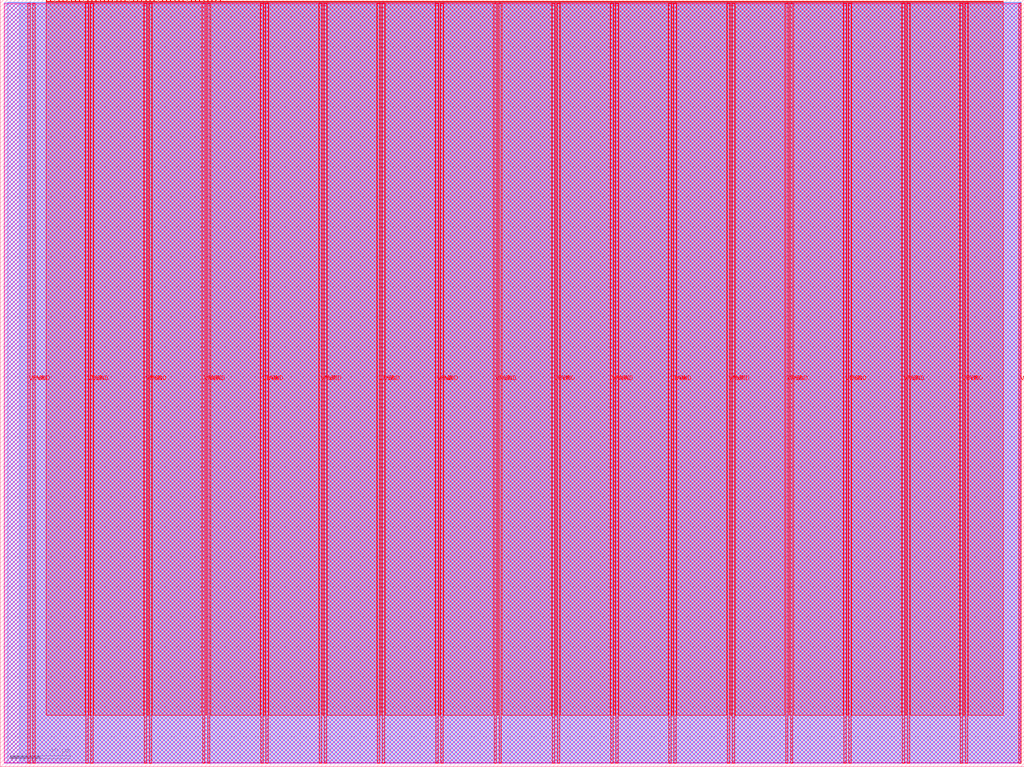
<source format=lef>
VERSION 5.7 ;
  NOWIREEXTENSIONATPIN ON ;
  DIVIDERCHAR "/" ;
  BUSBITCHARS "[]" ;
MACRO tt_um_rejunity_lgn_mnist
  CLASS BLOCK ;
  FOREIGN tt_um_rejunity_lgn_mnist ;
  ORIGIN 0.000 0.000 ;
  SIZE 682.640 BY 511.360 ;
  PIN VGND
    DIRECTION INOUT ;
    USE GROUND ;
    PORT
      LAYER met4 ;
        RECT 21.580 2.480 23.180 508.880 ;
    END
    PORT
      LAYER met4 ;
        RECT 60.450 2.480 62.050 508.880 ;
    END
    PORT
      LAYER met4 ;
        RECT 99.320 2.480 100.920 508.880 ;
    END
    PORT
      LAYER met4 ;
        RECT 138.190 2.480 139.790 508.880 ;
    END
    PORT
      LAYER met4 ;
        RECT 177.060 2.480 178.660 508.880 ;
    END
    PORT
      LAYER met4 ;
        RECT 215.930 2.480 217.530 508.880 ;
    END
    PORT
      LAYER met4 ;
        RECT 254.800 2.480 256.400 508.880 ;
    END
    PORT
      LAYER met4 ;
        RECT 293.670 2.480 295.270 508.880 ;
    END
    PORT
      LAYER met4 ;
        RECT 332.540 2.480 334.140 508.880 ;
    END
    PORT
      LAYER met4 ;
        RECT 371.410 2.480 373.010 508.880 ;
    END
    PORT
      LAYER met4 ;
        RECT 410.280 2.480 411.880 508.880 ;
    END
    PORT
      LAYER met4 ;
        RECT 449.150 2.480 450.750 508.880 ;
    END
    PORT
      LAYER met4 ;
        RECT 488.020 2.480 489.620 508.880 ;
    END
    PORT
      LAYER met4 ;
        RECT 526.890 2.480 528.490 508.880 ;
    END
    PORT
      LAYER met4 ;
        RECT 565.760 2.480 567.360 508.880 ;
    END
    PORT
      LAYER met4 ;
        RECT 604.630 2.480 606.230 508.880 ;
    END
    PORT
      LAYER met4 ;
        RECT 643.500 2.480 645.100 508.880 ;
    END
  END VGND
  PIN VPWR
    DIRECTION INOUT ;
    USE POWER ;
    PORT
      LAYER met4 ;
        RECT 18.280 2.480 19.880 508.880 ;
    END
    PORT
      LAYER met4 ;
        RECT 57.150 2.480 58.750 508.880 ;
    END
    PORT
      LAYER met4 ;
        RECT 96.020 2.480 97.620 508.880 ;
    END
    PORT
      LAYER met4 ;
        RECT 134.890 2.480 136.490 508.880 ;
    END
    PORT
      LAYER met4 ;
        RECT 173.760 2.480 175.360 508.880 ;
    END
    PORT
      LAYER met4 ;
        RECT 212.630 2.480 214.230 508.880 ;
    END
    PORT
      LAYER met4 ;
        RECT 251.500 2.480 253.100 508.880 ;
    END
    PORT
      LAYER met4 ;
        RECT 290.370 2.480 291.970 508.880 ;
    END
    PORT
      LAYER met4 ;
        RECT 329.240 2.480 330.840 508.880 ;
    END
    PORT
      LAYER met4 ;
        RECT 368.110 2.480 369.710 508.880 ;
    END
    PORT
      LAYER met4 ;
        RECT 406.980 2.480 408.580 508.880 ;
    END
    PORT
      LAYER met4 ;
        RECT 445.850 2.480 447.450 508.880 ;
    END
    PORT
      LAYER met4 ;
        RECT 484.720 2.480 486.320 508.880 ;
    END
    PORT
      LAYER met4 ;
        RECT 523.590 2.480 525.190 508.880 ;
    END
    PORT
      LAYER met4 ;
        RECT 562.460 2.480 564.060 508.880 ;
    END
    PORT
      LAYER met4 ;
        RECT 601.330 2.480 602.930 508.880 ;
    END
    PORT
      LAYER met4 ;
        RECT 640.200 2.480 641.800 508.880 ;
    END
    PORT
      LAYER met4 ;
        RECT 679.070 2.480 680.670 508.880 ;
    END
  END VPWR
  PIN clk
    DIRECTION INPUT ;
    USE SIGNAL ;
    ANTENNAGATEAREA 0.852000 ;
    PORT
      LAYER met4 ;
        RECT 143.830 510.360 144.130 511.360 ;
    END
  END clk
  PIN ena
    DIRECTION INPUT ;
    USE SIGNAL ;
    PORT
      LAYER met4 ;
        RECT 146.590 510.360 146.890 511.360 ;
    END
  END ena
  PIN rst_n
    DIRECTION INPUT ;
    USE SIGNAL ;
    PORT
      LAYER met4 ;
        RECT 141.070 510.360 141.370 511.360 ;
    END
  END rst_n
  PIN ui_in[0]
    DIRECTION INPUT ;
    USE SIGNAL ;
    ANTENNAGATEAREA 0.196500 ;
    PORT
      LAYER met4 ;
        RECT 138.310 510.360 138.610 511.360 ;
    END
  END ui_in[0]
  PIN ui_in[1]
    DIRECTION INPUT ;
    USE SIGNAL ;
    ANTENNAGATEAREA 0.196500 ;
    PORT
      LAYER met4 ;
        RECT 135.550 510.360 135.850 511.360 ;
    END
  END ui_in[1]
  PIN ui_in[2]
    DIRECTION INPUT ;
    USE SIGNAL ;
    ANTENNAGATEAREA 0.196500 ;
    PORT
      LAYER met4 ;
        RECT 132.790 510.360 133.090 511.360 ;
    END
  END ui_in[2]
  PIN ui_in[3]
    DIRECTION INPUT ;
    USE SIGNAL ;
    ANTENNAGATEAREA 0.196500 ;
    PORT
      LAYER met4 ;
        RECT 130.030 510.360 130.330 511.360 ;
    END
  END ui_in[3]
  PIN ui_in[4]
    DIRECTION INPUT ;
    USE SIGNAL ;
    ANTENNAGATEAREA 0.196500 ;
    PORT
      LAYER met4 ;
        RECT 127.270 510.360 127.570 511.360 ;
    END
  END ui_in[4]
  PIN ui_in[5]
    DIRECTION INPUT ;
    USE SIGNAL ;
    ANTENNAGATEAREA 0.196500 ;
    PORT
      LAYER met4 ;
        RECT 124.510 510.360 124.810 511.360 ;
    END
  END ui_in[5]
  PIN ui_in[6]
    DIRECTION INPUT ;
    USE SIGNAL ;
    ANTENNAGATEAREA 0.196500 ;
    PORT
      LAYER met4 ;
        RECT 121.750 510.360 122.050 511.360 ;
    END
  END ui_in[6]
  PIN ui_in[7]
    DIRECTION INPUT ;
    USE SIGNAL ;
    ANTENNAGATEAREA 0.196500 ;
    PORT
      LAYER met4 ;
        RECT 118.990 510.360 119.290 511.360 ;
    END
  END ui_in[7]
  PIN uio_in[0]
    DIRECTION INPUT ;
    USE SIGNAL ;
    PORT
      LAYER met4 ;
        RECT 116.230 510.360 116.530 511.360 ;
    END
  END uio_in[0]
  PIN uio_in[1]
    DIRECTION INPUT ;
    USE SIGNAL ;
    PORT
      LAYER met4 ;
        RECT 113.470 510.360 113.770 511.360 ;
    END
  END uio_in[1]
  PIN uio_in[2]
    DIRECTION INPUT ;
    USE SIGNAL ;
    PORT
      LAYER met4 ;
        RECT 110.710 510.360 111.010 511.360 ;
    END
  END uio_in[2]
  PIN uio_in[3]
    DIRECTION INPUT ;
    USE SIGNAL ;
    PORT
      LAYER met4 ;
        RECT 107.950 510.360 108.250 511.360 ;
    END
  END uio_in[3]
  PIN uio_in[4]
    DIRECTION INPUT ;
    USE SIGNAL ;
    PORT
      LAYER met4 ;
        RECT 105.190 510.360 105.490 511.360 ;
    END
  END uio_in[4]
  PIN uio_in[5]
    DIRECTION INPUT ;
    USE SIGNAL ;
    PORT
      LAYER met4 ;
        RECT 102.430 510.360 102.730 511.360 ;
    END
  END uio_in[5]
  PIN uio_in[6]
    DIRECTION INPUT ;
    USE SIGNAL ;
    PORT
      LAYER met4 ;
        RECT 99.670 510.360 99.970 511.360 ;
    END
  END uio_in[6]
  PIN uio_in[7]
    DIRECTION INPUT ;
    USE SIGNAL ;
    PORT
      LAYER met4 ;
        RECT 96.910 510.360 97.210 511.360 ;
    END
  END uio_in[7]
  PIN uio_oe[0]
    DIRECTION OUTPUT ;
    USE SIGNAL ;
    PORT
      LAYER met4 ;
        RECT 49.990 510.360 50.290 511.360 ;
    END
  END uio_oe[0]
  PIN uio_oe[1]
    DIRECTION OUTPUT ;
    USE SIGNAL ;
    PORT
      LAYER met4 ;
        RECT 47.230 510.360 47.530 511.360 ;
    END
  END uio_oe[1]
  PIN uio_oe[2]
    DIRECTION OUTPUT ;
    USE SIGNAL ;
    PORT
      LAYER met4 ;
        RECT 44.470 510.360 44.770 511.360 ;
    END
  END uio_oe[2]
  PIN uio_oe[3]
    DIRECTION OUTPUT ;
    USE SIGNAL ;
    PORT
      LAYER met4 ;
        RECT 41.710 510.360 42.010 511.360 ;
    END
  END uio_oe[3]
  PIN uio_oe[4]
    DIRECTION OUTPUT ;
    USE SIGNAL ;
    PORT
      LAYER met4 ;
        RECT 38.950 510.360 39.250 511.360 ;
    END
  END uio_oe[4]
  PIN uio_oe[5]
    DIRECTION OUTPUT ;
    USE SIGNAL ;
    PORT
      LAYER met4 ;
        RECT 36.190 510.360 36.490 511.360 ;
    END
  END uio_oe[5]
  PIN uio_oe[6]
    DIRECTION OUTPUT ;
    USE SIGNAL ;
    PORT
      LAYER met4 ;
        RECT 33.430 510.360 33.730 511.360 ;
    END
  END uio_oe[6]
  PIN uio_oe[7]
    DIRECTION OUTPUT ;
    USE SIGNAL ;
    PORT
      LAYER met4 ;
        RECT 30.670 510.360 30.970 511.360 ;
    END
  END uio_oe[7]
  PIN uio_out[0]
    DIRECTION OUTPUT ;
    USE SIGNAL ;
    ANTENNADIFFAREA 0.891000 ;
    PORT
      LAYER met4 ;
        RECT 72.070 510.360 72.370 511.360 ;
    END
  END uio_out[0]
  PIN uio_out[1]
    DIRECTION OUTPUT ;
    USE SIGNAL ;
    ANTENNADIFFAREA 0.891000 ;
    PORT
      LAYER met4 ;
        RECT 69.310 510.360 69.610 511.360 ;
    END
  END uio_out[1]
  PIN uio_out[2]
    DIRECTION OUTPUT ;
    USE SIGNAL ;
    ANTENNAGATEAREA 1.485000 ;
    ANTENNADIFFAREA 1.288000 ;
    PORT
      LAYER met4 ;
        RECT 66.550 510.360 66.850 511.360 ;
    END
  END uio_out[2]
  PIN uio_out[3]
    DIRECTION OUTPUT ;
    USE SIGNAL ;
    ANTENNADIFFAREA 1.288000 ;
    PORT
      LAYER met4 ;
        RECT 63.790 510.360 64.090 511.360 ;
    END
  END uio_out[3]
  PIN uio_out[4]
    DIRECTION OUTPUT ;
    USE SIGNAL ;
    PORT
      LAYER met4 ;
        RECT 61.030 510.360 61.330 511.360 ;
    END
  END uio_out[4]
  PIN uio_out[5]
    DIRECTION OUTPUT ;
    USE SIGNAL ;
    PORT
      LAYER met4 ;
        RECT 58.270 510.360 58.570 511.360 ;
    END
  END uio_out[5]
  PIN uio_out[6]
    DIRECTION OUTPUT ;
    USE SIGNAL ;
    PORT
      LAYER met4 ;
        RECT 55.510 510.360 55.810 511.360 ;
    END
  END uio_out[6]
  PIN uio_out[7]
    DIRECTION OUTPUT ;
    USE SIGNAL ;
    PORT
      LAYER met4 ;
        RECT 52.750 510.360 53.050 511.360 ;
    END
  END uio_out[7]
  PIN uo_out[0]
    DIRECTION OUTPUT ;
    USE SIGNAL ;
    ANTENNADIFFAREA 0.891000 ;
    PORT
      LAYER met4 ;
        RECT 94.150 510.360 94.450 511.360 ;
    END
  END uo_out[0]
  PIN uo_out[1]
    DIRECTION OUTPUT ;
    USE SIGNAL ;
    ANTENNADIFFAREA 0.891000 ;
    PORT
      LAYER met4 ;
        RECT 91.390 510.360 91.690 511.360 ;
    END
  END uo_out[1]
  PIN uo_out[2]
    DIRECTION OUTPUT ;
    USE SIGNAL ;
    ANTENNADIFFAREA 0.891000 ;
    PORT
      LAYER met4 ;
        RECT 88.630 510.360 88.930 511.360 ;
    END
  END uo_out[2]
  PIN uo_out[3]
    DIRECTION OUTPUT ;
    USE SIGNAL ;
    ANTENNADIFFAREA 0.891000 ;
    PORT
      LAYER met4 ;
        RECT 85.870 510.360 86.170 511.360 ;
    END
  END uo_out[3]
  PIN uo_out[4]
    DIRECTION OUTPUT ;
    USE SIGNAL ;
    ANTENNADIFFAREA 0.891000 ;
    PORT
      LAYER met4 ;
        RECT 83.110 510.360 83.410 511.360 ;
    END
  END uo_out[4]
  PIN uo_out[5]
    DIRECTION OUTPUT ;
    USE SIGNAL ;
    ANTENNADIFFAREA 0.891000 ;
    PORT
      LAYER met4 ;
        RECT 80.350 510.360 80.650 511.360 ;
    END
  END uo_out[5]
  PIN uo_out[6]
    DIRECTION OUTPUT ;
    USE SIGNAL ;
    ANTENNADIFFAREA 0.891000 ;
    PORT
      LAYER met4 ;
        RECT 77.590 510.360 77.890 511.360 ;
    END
  END uo_out[6]
  PIN uo_out[7]
    DIRECTION OUTPUT ;
    USE SIGNAL ;
    ANTENNADIFFAREA 0.891000 ;
    PORT
      LAYER met4 ;
        RECT 74.830 510.360 75.130 511.360 ;
    END
  END uo_out[7]
  OBS
      LAYER nwell ;
        RECT 2.570 2.635 680.070 508.725 ;
      LAYER li1 ;
        RECT 2.760 2.635 679.880 508.725 ;
      LAYER met1 ;
        RECT 2.760 2.480 680.670 509.280 ;
      LAYER met2 ;
        RECT 5.160 2.535 680.640 509.845 ;
      LAYER met3 ;
        RECT 12.945 2.555 680.660 509.825 ;
      LAYER met4 ;
        RECT 31.370 509.960 33.030 510.360 ;
        RECT 34.130 509.960 35.790 510.360 ;
        RECT 36.890 509.960 38.550 510.360 ;
        RECT 39.650 509.960 41.310 510.360 ;
        RECT 42.410 509.960 44.070 510.360 ;
        RECT 45.170 509.960 46.830 510.360 ;
        RECT 47.930 509.960 49.590 510.360 ;
        RECT 50.690 509.960 52.350 510.360 ;
        RECT 53.450 509.960 55.110 510.360 ;
        RECT 56.210 509.960 57.870 510.360 ;
        RECT 58.970 509.960 60.630 510.360 ;
        RECT 61.730 509.960 63.390 510.360 ;
        RECT 64.490 509.960 66.150 510.360 ;
        RECT 67.250 509.960 68.910 510.360 ;
        RECT 70.010 509.960 71.670 510.360 ;
        RECT 72.770 509.960 74.430 510.360 ;
        RECT 75.530 509.960 77.190 510.360 ;
        RECT 78.290 509.960 79.950 510.360 ;
        RECT 81.050 509.960 82.710 510.360 ;
        RECT 83.810 509.960 85.470 510.360 ;
        RECT 86.570 509.960 88.230 510.360 ;
        RECT 89.330 509.960 90.990 510.360 ;
        RECT 92.090 509.960 93.750 510.360 ;
        RECT 94.850 509.960 96.510 510.360 ;
        RECT 97.610 509.960 99.270 510.360 ;
        RECT 100.370 509.960 102.030 510.360 ;
        RECT 103.130 509.960 104.790 510.360 ;
        RECT 105.890 509.960 107.550 510.360 ;
        RECT 108.650 509.960 110.310 510.360 ;
        RECT 111.410 509.960 113.070 510.360 ;
        RECT 114.170 509.960 115.830 510.360 ;
        RECT 116.930 509.960 118.590 510.360 ;
        RECT 119.690 509.960 121.350 510.360 ;
        RECT 122.450 509.960 124.110 510.360 ;
        RECT 125.210 509.960 126.870 510.360 ;
        RECT 127.970 509.960 129.630 510.360 ;
        RECT 130.730 509.960 132.390 510.360 ;
        RECT 133.490 509.960 135.150 510.360 ;
        RECT 136.250 509.960 137.910 510.360 ;
        RECT 139.010 509.960 140.670 510.360 ;
        RECT 141.770 509.960 143.430 510.360 ;
        RECT 144.530 509.960 146.190 510.360 ;
        RECT 147.290 509.960 668.545 510.360 ;
        RECT 30.655 509.280 668.545 509.960 ;
        RECT 30.655 34.175 56.750 509.280 ;
        RECT 59.150 34.175 60.050 509.280 ;
        RECT 62.450 34.175 95.620 509.280 ;
        RECT 98.020 34.175 98.920 509.280 ;
        RECT 101.320 34.175 134.490 509.280 ;
        RECT 136.890 34.175 137.790 509.280 ;
        RECT 140.190 34.175 173.360 509.280 ;
        RECT 175.760 34.175 176.660 509.280 ;
        RECT 179.060 34.175 212.230 509.280 ;
        RECT 214.630 34.175 215.530 509.280 ;
        RECT 217.930 34.175 251.100 509.280 ;
        RECT 253.500 34.175 254.400 509.280 ;
        RECT 256.800 34.175 289.970 509.280 ;
        RECT 292.370 34.175 293.270 509.280 ;
        RECT 295.670 34.175 328.840 509.280 ;
        RECT 331.240 34.175 332.140 509.280 ;
        RECT 334.540 34.175 367.710 509.280 ;
        RECT 370.110 34.175 371.010 509.280 ;
        RECT 373.410 34.175 406.580 509.280 ;
        RECT 408.980 34.175 409.880 509.280 ;
        RECT 412.280 34.175 445.450 509.280 ;
        RECT 447.850 34.175 448.750 509.280 ;
        RECT 451.150 34.175 484.320 509.280 ;
        RECT 486.720 34.175 487.620 509.280 ;
        RECT 490.020 34.175 523.190 509.280 ;
        RECT 525.590 34.175 526.490 509.280 ;
        RECT 528.890 34.175 562.060 509.280 ;
        RECT 564.460 34.175 565.360 509.280 ;
        RECT 567.760 34.175 600.930 509.280 ;
        RECT 603.330 34.175 604.230 509.280 ;
        RECT 606.630 34.175 639.800 509.280 ;
        RECT 642.200 34.175 643.100 509.280 ;
        RECT 645.500 34.175 668.545 509.280 ;
  END
END tt_um_rejunity_lgn_mnist
END LIBRARY


</source>
